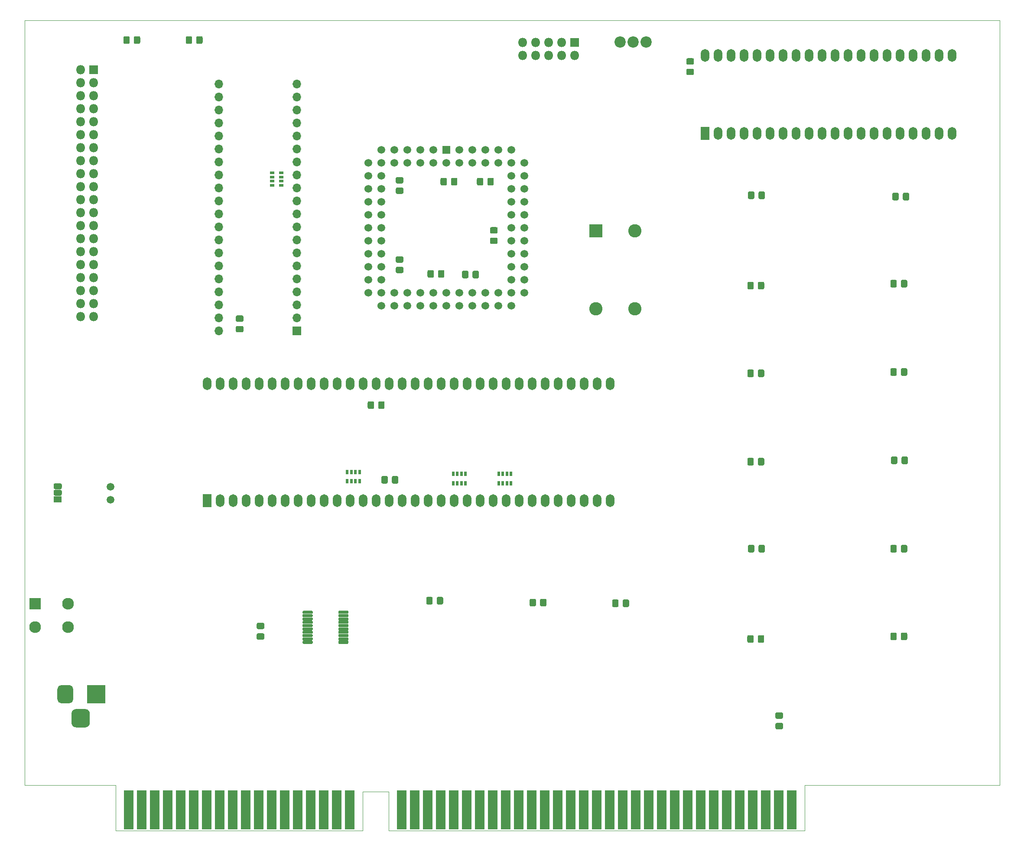
<source format=gbr>
%TF.GenerationSoftware,KiCad,Pcbnew,5.1.6-c6e7f7d~86~ubuntu18.04.1*%
%TF.CreationDate,2021-02-20T22:43:29+08:00*%
%TF.ProjectId,68k_dev,36386b5f-6465-4762-9e6b-696361645f70,rev?*%
%TF.SameCoordinates,Original*%
%TF.FileFunction,Soldermask,Bot*%
%TF.FilePolarity,Negative*%
%FSLAX46Y46*%
G04 Gerber Fmt 4.6, Leading zero omitted, Abs format (unit mm)*
G04 Created by KiCad (PCBNEW 5.1.6-c6e7f7d~86~ubuntu18.04.1) date 2021-02-20 22:43:29*
%MOMM*%
%LPD*%
G01*
G04 APERTURE LIST*
%TA.AperFunction,Profile*%
%ADD10C,0.050000*%
%TD*%
%ADD11C,1.500000*%
%ADD12O,1.800000X1.800000*%
%ADD13R,1.800000X1.800000*%
%ADD14O,1.700000X2.500000*%
%ADD15R,1.700000X2.500000*%
%ADD16C,2.300000*%
%ADD17R,2.300000X2.300000*%
%ADD18R,0.600000X0.900000*%
%ADD19R,0.500000X0.900000*%
%ADD20C,2.200000*%
%ADD21R,1.880000X7.720000*%
%ADD22R,3.600000X3.600000*%
%ADD23R,0.900000X0.600000*%
%ADD24R,0.900000X0.500000*%
%ADD25O,1.700000X1.700000*%
%ADD26R,1.700000X1.700000*%
%ADD27C,2.600000*%
%ADD28R,2.600000X2.600000*%
%ADD29R,1.600000X1.150000*%
%ADD30C,1.522400*%
%ADD31R,1.522400X1.522400*%
G04 APERTURE END LIST*
D10*
X97663000Y-159512000D02*
X79883000Y-159512000D01*
X97663000Y-168402000D02*
X97663000Y-159512000D01*
X145923000Y-168402000D02*
X97663000Y-168402000D01*
X145923000Y-160782000D02*
X145923000Y-168402000D01*
X151003000Y-160782000D02*
X145923000Y-160782000D01*
X151003000Y-168402000D02*
X151003000Y-160782000D01*
X232283000Y-168402000D02*
X151003000Y-168402000D01*
X232283000Y-159512000D02*
X232283000Y-168402000D01*
X233553000Y-159512000D02*
X232283000Y-159512000D01*
X79883000Y-10000000D02*
X79883000Y-159512000D01*
X270383000Y-10000000D02*
X79883000Y-10000000D01*
X270383000Y-159512000D02*
X270383000Y-10000000D01*
X233553000Y-159512000D02*
X270383000Y-159512000D01*
%TO.C,C30*%
G36*
G01*
X159620000Y-122965738D02*
X159620000Y-123922262D01*
G75*
G02*
X159348262Y-124194000I-271738J0D01*
G01*
X158641738Y-124194000D01*
G75*
G02*
X158370000Y-123922262I0J271738D01*
G01*
X158370000Y-122965738D01*
G75*
G02*
X158641738Y-122694000I271738J0D01*
G01*
X159348262Y-122694000D01*
G75*
G02*
X159620000Y-122965738I0J-271738D01*
G01*
G37*
G36*
G01*
X161670000Y-122965738D02*
X161670000Y-123922262D01*
G75*
G02*
X161398262Y-124194000I-271738J0D01*
G01*
X160691738Y-124194000D01*
G75*
G02*
X160420000Y-123922262I0J271738D01*
G01*
X160420000Y-122965738D01*
G75*
G02*
X160691738Y-122694000I271738J0D01*
G01*
X161398262Y-122694000D01*
G75*
G02*
X161670000Y-122965738I0J-271738D01*
G01*
G37*
%TD*%
%TO.C,U21*%
G36*
G01*
X136184000Y-125576000D02*
X136184000Y-125876000D01*
G75*
G02*
X136034000Y-126026000I-150000J0D01*
G01*
X134334000Y-126026000D01*
G75*
G02*
X134184000Y-125876000I0J150000D01*
G01*
X134184000Y-125576000D01*
G75*
G02*
X134334000Y-125426000I150000J0D01*
G01*
X136034000Y-125426000D01*
G75*
G02*
X136184000Y-125576000I0J-150000D01*
G01*
G37*
G36*
G01*
X136184000Y-126226000D02*
X136184000Y-126526000D01*
G75*
G02*
X136034000Y-126676000I-150000J0D01*
G01*
X134334000Y-126676000D01*
G75*
G02*
X134184000Y-126526000I0J150000D01*
G01*
X134184000Y-126226000D01*
G75*
G02*
X134334000Y-126076000I150000J0D01*
G01*
X136034000Y-126076000D01*
G75*
G02*
X136184000Y-126226000I0J-150000D01*
G01*
G37*
G36*
G01*
X136184000Y-126876000D02*
X136184000Y-127176000D01*
G75*
G02*
X136034000Y-127326000I-150000J0D01*
G01*
X134334000Y-127326000D01*
G75*
G02*
X134184000Y-127176000I0J150000D01*
G01*
X134184000Y-126876000D01*
G75*
G02*
X134334000Y-126726000I150000J0D01*
G01*
X136034000Y-126726000D01*
G75*
G02*
X136184000Y-126876000I0J-150000D01*
G01*
G37*
G36*
G01*
X136184000Y-127526000D02*
X136184000Y-127826000D01*
G75*
G02*
X136034000Y-127976000I-150000J0D01*
G01*
X134334000Y-127976000D01*
G75*
G02*
X134184000Y-127826000I0J150000D01*
G01*
X134184000Y-127526000D01*
G75*
G02*
X134334000Y-127376000I150000J0D01*
G01*
X136034000Y-127376000D01*
G75*
G02*
X136184000Y-127526000I0J-150000D01*
G01*
G37*
G36*
G01*
X136184000Y-128176000D02*
X136184000Y-128476000D01*
G75*
G02*
X136034000Y-128626000I-150000J0D01*
G01*
X134334000Y-128626000D01*
G75*
G02*
X134184000Y-128476000I0J150000D01*
G01*
X134184000Y-128176000D01*
G75*
G02*
X134334000Y-128026000I150000J0D01*
G01*
X136034000Y-128026000D01*
G75*
G02*
X136184000Y-128176000I0J-150000D01*
G01*
G37*
G36*
G01*
X136184000Y-128826000D02*
X136184000Y-129126000D01*
G75*
G02*
X136034000Y-129276000I-150000J0D01*
G01*
X134334000Y-129276000D01*
G75*
G02*
X134184000Y-129126000I0J150000D01*
G01*
X134184000Y-128826000D01*
G75*
G02*
X134334000Y-128676000I150000J0D01*
G01*
X136034000Y-128676000D01*
G75*
G02*
X136184000Y-128826000I0J-150000D01*
G01*
G37*
G36*
G01*
X136184000Y-129476000D02*
X136184000Y-129776000D01*
G75*
G02*
X136034000Y-129926000I-150000J0D01*
G01*
X134334000Y-129926000D01*
G75*
G02*
X134184000Y-129776000I0J150000D01*
G01*
X134184000Y-129476000D01*
G75*
G02*
X134334000Y-129326000I150000J0D01*
G01*
X136034000Y-129326000D01*
G75*
G02*
X136184000Y-129476000I0J-150000D01*
G01*
G37*
G36*
G01*
X136184000Y-130126000D02*
X136184000Y-130426000D01*
G75*
G02*
X136034000Y-130576000I-150000J0D01*
G01*
X134334000Y-130576000D01*
G75*
G02*
X134184000Y-130426000I0J150000D01*
G01*
X134184000Y-130126000D01*
G75*
G02*
X134334000Y-129976000I150000J0D01*
G01*
X136034000Y-129976000D01*
G75*
G02*
X136184000Y-130126000I0J-150000D01*
G01*
G37*
G36*
G01*
X136184000Y-130776000D02*
X136184000Y-131076000D01*
G75*
G02*
X136034000Y-131226000I-150000J0D01*
G01*
X134334000Y-131226000D01*
G75*
G02*
X134184000Y-131076000I0J150000D01*
G01*
X134184000Y-130776000D01*
G75*
G02*
X134334000Y-130626000I150000J0D01*
G01*
X136034000Y-130626000D01*
G75*
G02*
X136184000Y-130776000I0J-150000D01*
G01*
G37*
G36*
G01*
X136184000Y-131426000D02*
X136184000Y-131726000D01*
G75*
G02*
X136034000Y-131876000I-150000J0D01*
G01*
X134334000Y-131876000D01*
G75*
G02*
X134184000Y-131726000I0J150000D01*
G01*
X134184000Y-131426000D01*
G75*
G02*
X134334000Y-131276000I150000J0D01*
G01*
X136034000Y-131276000D01*
G75*
G02*
X136184000Y-131426000I0J-150000D01*
G01*
G37*
G36*
G01*
X143184000Y-131426000D02*
X143184000Y-131726000D01*
G75*
G02*
X143034000Y-131876000I-150000J0D01*
G01*
X141334000Y-131876000D01*
G75*
G02*
X141184000Y-131726000I0J150000D01*
G01*
X141184000Y-131426000D01*
G75*
G02*
X141334000Y-131276000I150000J0D01*
G01*
X143034000Y-131276000D01*
G75*
G02*
X143184000Y-131426000I0J-150000D01*
G01*
G37*
G36*
G01*
X143184000Y-130776000D02*
X143184000Y-131076000D01*
G75*
G02*
X143034000Y-131226000I-150000J0D01*
G01*
X141334000Y-131226000D01*
G75*
G02*
X141184000Y-131076000I0J150000D01*
G01*
X141184000Y-130776000D01*
G75*
G02*
X141334000Y-130626000I150000J0D01*
G01*
X143034000Y-130626000D01*
G75*
G02*
X143184000Y-130776000I0J-150000D01*
G01*
G37*
G36*
G01*
X143184000Y-130126000D02*
X143184000Y-130426000D01*
G75*
G02*
X143034000Y-130576000I-150000J0D01*
G01*
X141334000Y-130576000D01*
G75*
G02*
X141184000Y-130426000I0J150000D01*
G01*
X141184000Y-130126000D01*
G75*
G02*
X141334000Y-129976000I150000J0D01*
G01*
X143034000Y-129976000D01*
G75*
G02*
X143184000Y-130126000I0J-150000D01*
G01*
G37*
G36*
G01*
X143184000Y-129476000D02*
X143184000Y-129776000D01*
G75*
G02*
X143034000Y-129926000I-150000J0D01*
G01*
X141334000Y-129926000D01*
G75*
G02*
X141184000Y-129776000I0J150000D01*
G01*
X141184000Y-129476000D01*
G75*
G02*
X141334000Y-129326000I150000J0D01*
G01*
X143034000Y-129326000D01*
G75*
G02*
X143184000Y-129476000I0J-150000D01*
G01*
G37*
G36*
G01*
X143184000Y-128826000D02*
X143184000Y-129126000D01*
G75*
G02*
X143034000Y-129276000I-150000J0D01*
G01*
X141334000Y-129276000D01*
G75*
G02*
X141184000Y-129126000I0J150000D01*
G01*
X141184000Y-128826000D01*
G75*
G02*
X141334000Y-128676000I150000J0D01*
G01*
X143034000Y-128676000D01*
G75*
G02*
X143184000Y-128826000I0J-150000D01*
G01*
G37*
G36*
G01*
X143184000Y-128176000D02*
X143184000Y-128476000D01*
G75*
G02*
X143034000Y-128626000I-150000J0D01*
G01*
X141334000Y-128626000D01*
G75*
G02*
X141184000Y-128476000I0J150000D01*
G01*
X141184000Y-128176000D01*
G75*
G02*
X141334000Y-128026000I150000J0D01*
G01*
X143034000Y-128026000D01*
G75*
G02*
X143184000Y-128176000I0J-150000D01*
G01*
G37*
G36*
G01*
X143184000Y-127526000D02*
X143184000Y-127826000D01*
G75*
G02*
X143034000Y-127976000I-150000J0D01*
G01*
X141334000Y-127976000D01*
G75*
G02*
X141184000Y-127826000I0J150000D01*
G01*
X141184000Y-127526000D01*
G75*
G02*
X141334000Y-127376000I150000J0D01*
G01*
X143034000Y-127376000D01*
G75*
G02*
X143184000Y-127526000I0J-150000D01*
G01*
G37*
G36*
G01*
X143184000Y-126876000D02*
X143184000Y-127176000D01*
G75*
G02*
X143034000Y-127326000I-150000J0D01*
G01*
X141334000Y-127326000D01*
G75*
G02*
X141184000Y-127176000I0J150000D01*
G01*
X141184000Y-126876000D01*
G75*
G02*
X141334000Y-126726000I150000J0D01*
G01*
X143034000Y-126726000D01*
G75*
G02*
X143184000Y-126876000I0J-150000D01*
G01*
G37*
G36*
G01*
X143184000Y-126226000D02*
X143184000Y-126526000D01*
G75*
G02*
X143034000Y-126676000I-150000J0D01*
G01*
X141334000Y-126676000D01*
G75*
G02*
X141184000Y-126526000I0J150000D01*
G01*
X141184000Y-126226000D01*
G75*
G02*
X141334000Y-126076000I150000J0D01*
G01*
X143034000Y-126076000D01*
G75*
G02*
X143184000Y-126226000I0J-150000D01*
G01*
G37*
G36*
G01*
X143184000Y-125576000D02*
X143184000Y-125876000D01*
G75*
G02*
X143034000Y-126026000I-150000J0D01*
G01*
X141334000Y-126026000D01*
G75*
G02*
X141184000Y-125876000I0J150000D01*
G01*
X141184000Y-125576000D01*
G75*
G02*
X141334000Y-125426000I150000J0D01*
G01*
X143034000Y-125426000D01*
G75*
G02*
X143184000Y-125576000I0J-150000D01*
G01*
G37*
%TD*%
D11*
%TO.C,JP1*%
X96647000Y-101219000D03*
X96647000Y-103759000D03*
%TD*%
D12*
%TO.C,J3*%
X90805000Y-67945000D03*
X93345000Y-67945000D03*
X90805000Y-65405000D03*
X93345000Y-65405000D03*
X90805000Y-62865000D03*
X93345000Y-62865000D03*
X90805000Y-60325000D03*
X93345000Y-60325000D03*
X90805000Y-57785000D03*
X93345000Y-57785000D03*
X90805000Y-55245000D03*
X93345000Y-55245000D03*
X90805000Y-52705000D03*
X93345000Y-52705000D03*
X90805000Y-50165000D03*
X93345000Y-50165000D03*
X90805000Y-47625000D03*
X93345000Y-47625000D03*
X90805000Y-45085000D03*
X93345000Y-45085000D03*
X90805000Y-42545000D03*
X93345000Y-42545000D03*
X90805000Y-40005000D03*
X93345000Y-40005000D03*
X90805000Y-37465000D03*
X93345000Y-37465000D03*
X90805000Y-34925000D03*
X93345000Y-34925000D03*
X90805000Y-32385000D03*
X93345000Y-32385000D03*
X90805000Y-29845000D03*
X93345000Y-29845000D03*
X90805000Y-27305000D03*
X93345000Y-27305000D03*
X90805000Y-24765000D03*
X93345000Y-24765000D03*
X90805000Y-22225000D03*
X93345000Y-22225000D03*
X90805000Y-19685000D03*
D13*
X93345000Y-19685000D03*
%TD*%
%TO.C,C34*%
G36*
G01*
X100438000Y-13364738D02*
X100438000Y-14321262D01*
G75*
G02*
X100166262Y-14593000I-271738J0D01*
G01*
X99459738Y-14593000D01*
G75*
G02*
X99188000Y-14321262I0J271738D01*
G01*
X99188000Y-13364738D01*
G75*
G02*
X99459738Y-13093000I271738J0D01*
G01*
X100166262Y-13093000D01*
G75*
G02*
X100438000Y-13364738I0J-271738D01*
G01*
G37*
G36*
G01*
X102488000Y-13364738D02*
X102488000Y-14321262D01*
G75*
G02*
X102216262Y-14593000I-271738J0D01*
G01*
X101509738Y-14593000D01*
G75*
G02*
X101238000Y-14321262I0J271738D01*
G01*
X101238000Y-13364738D01*
G75*
G02*
X101509738Y-13093000I271738J0D01*
G01*
X102216262Y-13093000D01*
G75*
G02*
X102488000Y-13364738I0J-271738D01*
G01*
G37*
%TD*%
%TO.C,C33*%
G36*
G01*
X113430000Y-14321262D02*
X113430000Y-13364738D01*
G75*
G02*
X113701738Y-13093000I271738J0D01*
G01*
X114408262Y-13093000D01*
G75*
G02*
X114680000Y-13364738I0J-271738D01*
G01*
X114680000Y-14321262D01*
G75*
G02*
X114408262Y-14593000I-271738J0D01*
G01*
X113701738Y-14593000D01*
G75*
G02*
X113430000Y-14321262I0J271738D01*
G01*
G37*
G36*
G01*
X111380000Y-14321262D02*
X111380000Y-13364738D01*
G75*
G02*
X111651738Y-13093000I271738J0D01*
G01*
X112358262Y-13093000D01*
G75*
G02*
X112630000Y-13364738I0J-271738D01*
G01*
X112630000Y-14321262D01*
G75*
G02*
X112358262Y-14593000I-271738J0D01*
G01*
X111651738Y-14593000D01*
G75*
G02*
X111380000Y-14321262I0J271738D01*
G01*
G37*
%TD*%
%TO.C,C31*%
G36*
G01*
X195942000Y-123473738D02*
X195942000Y-124430262D01*
G75*
G02*
X195670262Y-124702000I-271738J0D01*
G01*
X194963738Y-124702000D01*
G75*
G02*
X194692000Y-124430262I0J271738D01*
G01*
X194692000Y-123473738D01*
G75*
G02*
X194963738Y-123202000I271738J0D01*
G01*
X195670262Y-123202000D01*
G75*
G02*
X195942000Y-123473738I0J-271738D01*
G01*
G37*
G36*
G01*
X197992000Y-123473738D02*
X197992000Y-124430262D01*
G75*
G02*
X197720262Y-124702000I-271738J0D01*
G01*
X197013738Y-124702000D01*
G75*
G02*
X196742000Y-124430262I0J271738D01*
G01*
X196742000Y-123473738D01*
G75*
G02*
X197013738Y-123202000I271738J0D01*
G01*
X197720262Y-123202000D01*
G75*
G02*
X197992000Y-123473738I0J-271738D01*
G01*
G37*
%TD*%
%TO.C,C29*%
G36*
G01*
X126462262Y-129022000D02*
X125505738Y-129022000D01*
G75*
G02*
X125234000Y-128750262I0J271738D01*
G01*
X125234000Y-128043738D01*
G75*
G02*
X125505738Y-127772000I271738J0D01*
G01*
X126462262Y-127772000D01*
G75*
G02*
X126734000Y-128043738I0J-271738D01*
G01*
X126734000Y-128750262D01*
G75*
G02*
X126462262Y-129022000I-271738J0D01*
G01*
G37*
G36*
G01*
X126462262Y-131072000D02*
X125505738Y-131072000D01*
G75*
G02*
X125234000Y-130800262I0J271738D01*
G01*
X125234000Y-130093738D01*
G75*
G02*
X125505738Y-129822000I271738J0D01*
G01*
X126462262Y-129822000D01*
G75*
G02*
X126734000Y-130093738I0J-271738D01*
G01*
X126734000Y-130800262D01*
G75*
G02*
X126462262Y-131072000I-271738J0D01*
G01*
G37*
%TD*%
%TO.C,C28*%
G36*
G01*
X227808262Y-146539000D02*
X226851738Y-146539000D01*
G75*
G02*
X226580000Y-146267262I0J271738D01*
G01*
X226580000Y-145560738D01*
G75*
G02*
X226851738Y-145289000I271738J0D01*
G01*
X227808262Y-145289000D01*
G75*
G02*
X228080000Y-145560738I0J-271738D01*
G01*
X228080000Y-146267262D01*
G75*
G02*
X227808262Y-146539000I-271738J0D01*
G01*
G37*
G36*
G01*
X227808262Y-148589000D02*
X226851738Y-148589000D01*
G75*
G02*
X226580000Y-148317262I0J271738D01*
G01*
X226580000Y-147610738D01*
G75*
G02*
X226851738Y-147339000I271738J0D01*
G01*
X227808262Y-147339000D01*
G75*
G02*
X228080000Y-147610738I0J-271738D01*
G01*
X228080000Y-148317262D01*
G75*
G02*
X227808262Y-148589000I-271738J0D01*
G01*
G37*
%TD*%
%TO.C,C23*%
G36*
G01*
X179813000Y-123346738D02*
X179813000Y-124303262D01*
G75*
G02*
X179541262Y-124575000I-271738J0D01*
G01*
X178834738Y-124575000D01*
G75*
G02*
X178563000Y-124303262I0J271738D01*
G01*
X178563000Y-123346738D01*
G75*
G02*
X178834738Y-123075000I271738J0D01*
G01*
X179541262Y-123075000D01*
G75*
G02*
X179813000Y-123346738I0J-271738D01*
G01*
G37*
G36*
G01*
X181863000Y-123346738D02*
X181863000Y-124303262D01*
G75*
G02*
X181591262Y-124575000I-271738J0D01*
G01*
X180884738Y-124575000D01*
G75*
G02*
X180613000Y-124303262I0J271738D01*
G01*
X180613000Y-123346738D01*
G75*
G02*
X180884738Y-123075000I271738J0D01*
G01*
X181591262Y-123075000D01*
G75*
G02*
X181863000Y-123346738I0J-271738D01*
G01*
G37*
%TD*%
D14*
%TO.C,U1*%
X115570000Y-81026000D03*
X194310000Y-103886000D03*
X118110000Y-81026000D03*
X191770000Y-103886000D03*
X120650000Y-81026000D03*
X189230000Y-103886000D03*
X123190000Y-81026000D03*
X186690000Y-103886000D03*
X125730000Y-81026000D03*
X184150000Y-103886000D03*
X128270000Y-81026000D03*
X181610000Y-103886000D03*
X130810000Y-81026000D03*
X179070000Y-103886000D03*
X133350000Y-81026000D03*
X176530000Y-103886000D03*
X135890000Y-81026000D03*
X173990000Y-103886000D03*
X138430000Y-81026000D03*
X171450000Y-103886000D03*
X140970000Y-81026000D03*
X168910000Y-103886000D03*
X143510000Y-81026000D03*
X166370000Y-103886000D03*
X146050000Y-81026000D03*
X163830000Y-103886000D03*
X148590000Y-81026000D03*
X161290000Y-103886000D03*
X151130000Y-81026000D03*
X158750000Y-103886000D03*
X153670000Y-81026000D03*
X156210000Y-103886000D03*
X156210000Y-81026000D03*
X153670000Y-103886000D03*
X158750000Y-81026000D03*
X151130000Y-103886000D03*
X161290000Y-81026000D03*
X148590000Y-103886000D03*
X163830000Y-81026000D03*
X146050000Y-103886000D03*
X166370000Y-81026000D03*
X143510000Y-103886000D03*
X168910000Y-81026000D03*
X140970000Y-103886000D03*
X171450000Y-81026000D03*
X138430000Y-103886000D03*
X173990000Y-81026000D03*
X135890000Y-103886000D03*
X176530000Y-81026000D03*
X133350000Y-103886000D03*
X179070000Y-81026000D03*
X130810000Y-103886000D03*
X181610000Y-81026000D03*
X128270000Y-103886000D03*
X184150000Y-81026000D03*
X125730000Y-103886000D03*
X186690000Y-81026000D03*
X123190000Y-103886000D03*
X189230000Y-81026000D03*
X120650000Y-103886000D03*
X191770000Y-81026000D03*
X118110000Y-103886000D03*
X194310000Y-81026000D03*
D15*
X115570000Y-103886000D03*
%TD*%
%TO.C,C27*%
G36*
G01*
X251098000Y-61946262D02*
X251098000Y-60989738D01*
G75*
G02*
X251369738Y-60718000I271738J0D01*
G01*
X252076262Y-60718000D01*
G75*
G02*
X252348000Y-60989738I0J-271738D01*
G01*
X252348000Y-61946262D01*
G75*
G02*
X252076262Y-62218000I-271738J0D01*
G01*
X251369738Y-62218000D01*
G75*
G02*
X251098000Y-61946262I0J271738D01*
G01*
G37*
G36*
G01*
X249048000Y-61946262D02*
X249048000Y-60989738D01*
G75*
G02*
X249319738Y-60718000I271738J0D01*
G01*
X250026262Y-60718000D01*
G75*
G02*
X250298000Y-60989738I0J-271738D01*
G01*
X250298000Y-61946262D01*
G75*
G02*
X250026262Y-62218000I-271738J0D01*
G01*
X249319738Y-62218000D01*
G75*
G02*
X249048000Y-61946262I0J271738D01*
G01*
G37*
%TD*%
%TO.C,C26*%
G36*
G01*
X223285000Y-44674262D02*
X223285000Y-43717738D01*
G75*
G02*
X223556738Y-43446000I271738J0D01*
G01*
X224263262Y-43446000D01*
G75*
G02*
X224535000Y-43717738I0J-271738D01*
G01*
X224535000Y-44674262D01*
G75*
G02*
X224263262Y-44946000I-271738J0D01*
G01*
X223556738Y-44946000D01*
G75*
G02*
X223285000Y-44674262I0J271738D01*
G01*
G37*
G36*
G01*
X221235000Y-44674262D02*
X221235000Y-43717738D01*
G75*
G02*
X221506738Y-43446000I271738J0D01*
G01*
X222213262Y-43446000D01*
G75*
G02*
X222485000Y-43717738I0J-271738D01*
G01*
X222485000Y-44674262D01*
G75*
G02*
X222213262Y-44946000I-271738J0D01*
G01*
X221506738Y-44946000D01*
G75*
G02*
X221235000Y-44674262I0J271738D01*
G01*
G37*
%TD*%
%TO.C,C25*%
G36*
G01*
X223158000Y-79472262D02*
X223158000Y-78515738D01*
G75*
G02*
X223429738Y-78244000I271738J0D01*
G01*
X224136262Y-78244000D01*
G75*
G02*
X224408000Y-78515738I0J-271738D01*
G01*
X224408000Y-79472262D01*
G75*
G02*
X224136262Y-79744000I-271738J0D01*
G01*
X223429738Y-79744000D01*
G75*
G02*
X223158000Y-79472262I0J271738D01*
G01*
G37*
G36*
G01*
X221108000Y-79472262D02*
X221108000Y-78515738D01*
G75*
G02*
X221379738Y-78244000I271738J0D01*
G01*
X222086262Y-78244000D01*
G75*
G02*
X222358000Y-78515738I0J-271738D01*
G01*
X222358000Y-79472262D01*
G75*
G02*
X222086262Y-79744000I-271738J0D01*
G01*
X221379738Y-79744000D01*
G75*
G02*
X221108000Y-79472262I0J271738D01*
G01*
G37*
%TD*%
%TO.C,C24*%
G36*
G01*
X223158000Y-62327262D02*
X223158000Y-61370738D01*
G75*
G02*
X223429738Y-61099000I271738J0D01*
G01*
X224136262Y-61099000D01*
G75*
G02*
X224408000Y-61370738I0J-271738D01*
G01*
X224408000Y-62327262D01*
G75*
G02*
X224136262Y-62599000I-271738J0D01*
G01*
X223429738Y-62599000D01*
G75*
G02*
X223158000Y-62327262I0J271738D01*
G01*
G37*
G36*
G01*
X221108000Y-62327262D02*
X221108000Y-61370738D01*
G75*
G02*
X221379738Y-61099000I271738J0D01*
G01*
X222086262Y-61099000D01*
G75*
G02*
X222358000Y-61370738I0J-271738D01*
G01*
X222358000Y-62327262D01*
G75*
G02*
X222086262Y-62599000I-271738J0D01*
G01*
X221379738Y-62599000D01*
G75*
G02*
X221108000Y-62327262I0J271738D01*
G01*
G37*
%TD*%
D16*
%TO.C,S1*%
X81915000Y-128579000D03*
X88415000Y-128579000D03*
X88415000Y-124079000D03*
D17*
X81915000Y-124079000D03*
%TD*%
D18*
%TO.C,RN8*%
X142945000Y-98287000D03*
D19*
X143745000Y-98287000D03*
D18*
X145345000Y-98287000D03*
D19*
X144545000Y-98287000D03*
D18*
X142945000Y-100087000D03*
D19*
X144545000Y-100087000D03*
X143745000Y-100087000D03*
D18*
X145345000Y-100087000D03*
%TD*%
%TO.C,C22*%
G36*
G01*
X122398262Y-68942000D02*
X121441738Y-68942000D01*
G75*
G02*
X121170000Y-68670262I0J271738D01*
G01*
X121170000Y-67963738D01*
G75*
G02*
X121441738Y-67692000I271738J0D01*
G01*
X122398262Y-67692000D01*
G75*
G02*
X122670000Y-67963738I0J-271738D01*
G01*
X122670000Y-68670262D01*
G75*
G02*
X122398262Y-68942000I-271738J0D01*
G01*
G37*
G36*
G01*
X122398262Y-70992000D02*
X121441738Y-70992000D01*
G75*
G02*
X121170000Y-70720262I0J271738D01*
G01*
X121170000Y-70013738D01*
G75*
G02*
X121441738Y-69742000I271738J0D01*
G01*
X122398262Y-69742000D01*
G75*
G02*
X122670000Y-70013738I0J-271738D01*
G01*
X122670000Y-70720262D01*
G75*
G02*
X122398262Y-70992000I-271738J0D01*
G01*
G37*
%TD*%
%TO.C,C21*%
G36*
G01*
X251225000Y-96490262D02*
X251225000Y-95533738D01*
G75*
G02*
X251496738Y-95262000I271738J0D01*
G01*
X252203262Y-95262000D01*
G75*
G02*
X252475000Y-95533738I0J-271738D01*
G01*
X252475000Y-96490262D01*
G75*
G02*
X252203262Y-96762000I-271738J0D01*
G01*
X251496738Y-96762000D01*
G75*
G02*
X251225000Y-96490262I0J271738D01*
G01*
G37*
G36*
G01*
X249175000Y-96490262D02*
X249175000Y-95533738D01*
G75*
G02*
X249446738Y-95262000I271738J0D01*
G01*
X250153262Y-95262000D01*
G75*
G02*
X250425000Y-95533738I0J-271738D01*
G01*
X250425000Y-96490262D01*
G75*
G02*
X250153262Y-96762000I-271738J0D01*
G01*
X249446738Y-96762000D01*
G75*
G02*
X249175000Y-96490262I0J271738D01*
G01*
G37*
%TD*%
%TO.C,C20*%
G36*
G01*
X223158000Y-96744262D02*
X223158000Y-95787738D01*
G75*
G02*
X223429738Y-95516000I271738J0D01*
G01*
X224136262Y-95516000D01*
G75*
G02*
X224408000Y-95787738I0J-271738D01*
G01*
X224408000Y-96744262D01*
G75*
G02*
X224136262Y-97016000I-271738J0D01*
G01*
X223429738Y-97016000D01*
G75*
G02*
X223158000Y-96744262I0J271738D01*
G01*
G37*
G36*
G01*
X221108000Y-96744262D02*
X221108000Y-95787738D01*
G75*
G02*
X221379738Y-95516000I271738J0D01*
G01*
X222086262Y-95516000D01*
G75*
G02*
X222358000Y-95787738I0J-271738D01*
G01*
X222358000Y-96744262D01*
G75*
G02*
X222086262Y-97016000I-271738J0D01*
G01*
X221379738Y-97016000D01*
G75*
G02*
X221108000Y-96744262I0J271738D01*
G01*
G37*
%TD*%
%TO.C,C19*%
G36*
G01*
X251098000Y-113762262D02*
X251098000Y-112805738D01*
G75*
G02*
X251369738Y-112534000I271738J0D01*
G01*
X252076262Y-112534000D01*
G75*
G02*
X252348000Y-112805738I0J-271738D01*
G01*
X252348000Y-113762262D01*
G75*
G02*
X252076262Y-114034000I-271738J0D01*
G01*
X251369738Y-114034000D01*
G75*
G02*
X251098000Y-113762262I0J271738D01*
G01*
G37*
G36*
G01*
X249048000Y-113762262D02*
X249048000Y-112805738D01*
G75*
G02*
X249319738Y-112534000I271738J0D01*
G01*
X250026262Y-112534000D01*
G75*
G02*
X250298000Y-112805738I0J-271738D01*
G01*
X250298000Y-113762262D01*
G75*
G02*
X250026262Y-114034000I-271738J0D01*
G01*
X249319738Y-114034000D01*
G75*
G02*
X249048000Y-113762262I0J271738D01*
G01*
G37*
%TD*%
%TO.C,C18*%
G36*
G01*
X223285000Y-113762262D02*
X223285000Y-112805738D01*
G75*
G02*
X223556738Y-112534000I271738J0D01*
G01*
X224263262Y-112534000D01*
G75*
G02*
X224535000Y-112805738I0J-271738D01*
G01*
X224535000Y-113762262D01*
G75*
G02*
X224263262Y-114034000I-271738J0D01*
G01*
X223556738Y-114034000D01*
G75*
G02*
X223285000Y-113762262I0J271738D01*
G01*
G37*
G36*
G01*
X221235000Y-113762262D02*
X221235000Y-112805738D01*
G75*
G02*
X221506738Y-112534000I271738J0D01*
G01*
X222213262Y-112534000D01*
G75*
G02*
X222485000Y-112805738I0J-271738D01*
G01*
X222485000Y-113762262D01*
G75*
G02*
X222213262Y-114034000I-271738J0D01*
G01*
X221506738Y-114034000D01*
G75*
G02*
X221235000Y-113762262I0J271738D01*
G01*
G37*
%TD*%
%TO.C,C17*%
G36*
G01*
X251098000Y-130907262D02*
X251098000Y-129950738D01*
G75*
G02*
X251369738Y-129679000I271738J0D01*
G01*
X252076262Y-129679000D01*
G75*
G02*
X252348000Y-129950738I0J-271738D01*
G01*
X252348000Y-130907262D01*
G75*
G02*
X252076262Y-131179000I-271738J0D01*
G01*
X251369738Y-131179000D01*
G75*
G02*
X251098000Y-130907262I0J271738D01*
G01*
G37*
G36*
G01*
X249048000Y-130907262D02*
X249048000Y-129950738D01*
G75*
G02*
X249319738Y-129679000I271738J0D01*
G01*
X250026262Y-129679000D01*
G75*
G02*
X250298000Y-129950738I0J-271738D01*
G01*
X250298000Y-130907262D01*
G75*
G02*
X250026262Y-131179000I-271738J0D01*
G01*
X249319738Y-131179000D01*
G75*
G02*
X249048000Y-130907262I0J271738D01*
G01*
G37*
%TD*%
%TO.C,C16*%
G36*
G01*
X223149000Y-131415262D02*
X223149000Y-130458738D01*
G75*
G02*
X223420738Y-130187000I271738J0D01*
G01*
X224127262Y-130187000D01*
G75*
G02*
X224399000Y-130458738I0J-271738D01*
G01*
X224399000Y-131415262D01*
G75*
G02*
X224127262Y-131687000I-271738J0D01*
G01*
X223420738Y-131687000D01*
G75*
G02*
X223149000Y-131415262I0J271738D01*
G01*
G37*
G36*
G01*
X221099000Y-131415262D02*
X221099000Y-130458738D01*
G75*
G02*
X221370738Y-130187000I271738J0D01*
G01*
X222077262Y-130187000D01*
G75*
G02*
X222349000Y-130458738I0J-271738D01*
G01*
X222349000Y-131415262D01*
G75*
G02*
X222077262Y-131687000I-271738J0D01*
G01*
X221370738Y-131687000D01*
G75*
G02*
X221099000Y-131415262I0J271738D01*
G01*
G37*
%TD*%
%TO.C,C15*%
G36*
G01*
X251098000Y-79218262D02*
X251098000Y-78261738D01*
G75*
G02*
X251369738Y-77990000I271738J0D01*
G01*
X252076262Y-77990000D01*
G75*
G02*
X252348000Y-78261738I0J-271738D01*
G01*
X252348000Y-79218262D01*
G75*
G02*
X252076262Y-79490000I-271738J0D01*
G01*
X251369738Y-79490000D01*
G75*
G02*
X251098000Y-79218262I0J271738D01*
G01*
G37*
G36*
G01*
X249048000Y-79218262D02*
X249048000Y-78261738D01*
G75*
G02*
X249319738Y-77990000I271738J0D01*
G01*
X250026262Y-77990000D01*
G75*
G02*
X250298000Y-78261738I0J-271738D01*
G01*
X250298000Y-79218262D01*
G75*
G02*
X250026262Y-79490000I-271738J0D01*
G01*
X249319738Y-79490000D01*
G75*
G02*
X249048000Y-79218262I0J271738D01*
G01*
G37*
%TD*%
%TO.C,C14*%
G36*
G01*
X251479000Y-44928262D02*
X251479000Y-43971738D01*
G75*
G02*
X251750738Y-43700000I271738J0D01*
G01*
X252457262Y-43700000D01*
G75*
G02*
X252729000Y-43971738I0J-271738D01*
G01*
X252729000Y-44928262D01*
G75*
G02*
X252457262Y-45200000I-271738J0D01*
G01*
X251750738Y-45200000D01*
G75*
G02*
X251479000Y-44928262I0J271738D01*
G01*
G37*
G36*
G01*
X249429000Y-44928262D02*
X249429000Y-43971738D01*
G75*
G02*
X249700738Y-43700000I271738J0D01*
G01*
X250407262Y-43700000D01*
G75*
G02*
X250679000Y-43971738I0J-271738D01*
G01*
X250679000Y-44928262D01*
G75*
G02*
X250407262Y-45200000I-271738J0D01*
G01*
X249700738Y-45200000D01*
G75*
G02*
X249429000Y-44928262I0J271738D01*
G01*
G37*
%TD*%
%TO.C,C10*%
G36*
G01*
X160665000Y-60041262D02*
X160665000Y-59084738D01*
G75*
G02*
X160936738Y-58813000I271738J0D01*
G01*
X161643262Y-58813000D01*
G75*
G02*
X161915000Y-59084738I0J-271738D01*
G01*
X161915000Y-60041262D01*
G75*
G02*
X161643262Y-60313000I-271738J0D01*
G01*
X160936738Y-60313000D01*
G75*
G02*
X160665000Y-60041262I0J271738D01*
G01*
G37*
G36*
G01*
X158615000Y-60041262D02*
X158615000Y-59084738D01*
G75*
G02*
X158886738Y-58813000I271738J0D01*
G01*
X159593262Y-58813000D01*
G75*
G02*
X159865000Y-59084738I0J-271738D01*
G01*
X159865000Y-60041262D01*
G75*
G02*
X159593262Y-60313000I-271738J0D01*
G01*
X158886738Y-60313000D01*
G75*
G02*
X158615000Y-60041262I0J271738D01*
G01*
G37*
%TD*%
%TO.C,C9*%
G36*
G01*
X152683738Y-42682000D02*
X153640262Y-42682000D01*
G75*
G02*
X153912000Y-42953738I0J-271738D01*
G01*
X153912000Y-43660262D01*
G75*
G02*
X153640262Y-43932000I-271738J0D01*
G01*
X152683738Y-43932000D01*
G75*
G02*
X152412000Y-43660262I0J271738D01*
G01*
X152412000Y-42953738D01*
G75*
G02*
X152683738Y-42682000I271738J0D01*
G01*
G37*
G36*
G01*
X152683738Y-40632000D02*
X153640262Y-40632000D01*
G75*
G02*
X153912000Y-40903738I0J-271738D01*
G01*
X153912000Y-41610262D01*
G75*
G02*
X153640262Y-41882000I-271738J0D01*
G01*
X152683738Y-41882000D01*
G75*
G02*
X152412000Y-41610262I0J271738D01*
G01*
X152412000Y-40903738D01*
G75*
G02*
X152683738Y-40632000I271738J0D01*
G01*
G37*
%TD*%
%TO.C,C8*%
G36*
G01*
X170317000Y-42007262D02*
X170317000Y-41050738D01*
G75*
G02*
X170588738Y-40779000I271738J0D01*
G01*
X171295262Y-40779000D01*
G75*
G02*
X171567000Y-41050738I0J-271738D01*
G01*
X171567000Y-42007262D01*
G75*
G02*
X171295262Y-42279000I-271738J0D01*
G01*
X170588738Y-42279000D01*
G75*
G02*
X170317000Y-42007262I0J271738D01*
G01*
G37*
G36*
G01*
X168267000Y-42007262D02*
X168267000Y-41050738D01*
G75*
G02*
X168538738Y-40779000I271738J0D01*
G01*
X169245262Y-40779000D01*
G75*
G02*
X169517000Y-41050738I0J-271738D01*
G01*
X169517000Y-42007262D01*
G75*
G02*
X169245262Y-42279000I-271738J0D01*
G01*
X168538738Y-42279000D01*
G75*
G02*
X168267000Y-42007262I0J271738D01*
G01*
G37*
%TD*%
%TO.C,C7*%
G36*
G01*
X172055262Y-51670000D02*
X171098738Y-51670000D01*
G75*
G02*
X170827000Y-51398262I0J271738D01*
G01*
X170827000Y-50691738D01*
G75*
G02*
X171098738Y-50420000I271738J0D01*
G01*
X172055262Y-50420000D01*
G75*
G02*
X172327000Y-50691738I0J-271738D01*
G01*
X172327000Y-51398262D01*
G75*
G02*
X172055262Y-51670000I-271738J0D01*
G01*
G37*
G36*
G01*
X172055262Y-53720000D02*
X171098738Y-53720000D01*
G75*
G02*
X170827000Y-53448262I0J271738D01*
G01*
X170827000Y-52741738D01*
G75*
G02*
X171098738Y-52470000I271738J0D01*
G01*
X172055262Y-52470000D01*
G75*
G02*
X172327000Y-52741738I0J-271738D01*
G01*
X172327000Y-53448262D01*
G75*
G02*
X172055262Y-53720000I-271738J0D01*
G01*
G37*
%TD*%
%TO.C,C6*%
G36*
G01*
X163205000Y-42007262D02*
X163205000Y-41050738D01*
G75*
G02*
X163476738Y-40779000I271738J0D01*
G01*
X164183262Y-40779000D01*
G75*
G02*
X164455000Y-41050738I0J-271738D01*
G01*
X164455000Y-42007262D01*
G75*
G02*
X164183262Y-42279000I-271738J0D01*
G01*
X163476738Y-42279000D01*
G75*
G02*
X163205000Y-42007262I0J271738D01*
G01*
G37*
G36*
G01*
X161155000Y-42007262D02*
X161155000Y-41050738D01*
G75*
G02*
X161426738Y-40779000I271738J0D01*
G01*
X162133262Y-40779000D01*
G75*
G02*
X162405000Y-41050738I0J-271738D01*
G01*
X162405000Y-42007262D01*
G75*
G02*
X162133262Y-42279000I-271738J0D01*
G01*
X161426738Y-42279000D01*
G75*
G02*
X161155000Y-42007262I0J271738D01*
G01*
G37*
%TD*%
%TO.C,C5*%
G36*
G01*
X152683738Y-58176000D02*
X153640262Y-58176000D01*
G75*
G02*
X153912000Y-58447738I0J-271738D01*
G01*
X153912000Y-59154262D01*
G75*
G02*
X153640262Y-59426000I-271738J0D01*
G01*
X152683738Y-59426000D01*
G75*
G02*
X152412000Y-59154262I0J271738D01*
G01*
X152412000Y-58447738D01*
G75*
G02*
X152683738Y-58176000I271738J0D01*
G01*
G37*
G36*
G01*
X152683738Y-56126000D02*
X153640262Y-56126000D01*
G75*
G02*
X153912000Y-56397738I0J-271738D01*
G01*
X153912000Y-57104262D01*
G75*
G02*
X153640262Y-57376000I-271738J0D01*
G01*
X152683738Y-57376000D01*
G75*
G02*
X152412000Y-57104262I0J271738D01*
G01*
X152412000Y-56397738D01*
G75*
G02*
X152683738Y-56126000I271738J0D01*
G01*
G37*
%TD*%
%TO.C,C4*%
G36*
G01*
X167414000Y-60168262D02*
X167414000Y-59211738D01*
G75*
G02*
X167685738Y-58940000I271738J0D01*
G01*
X168392262Y-58940000D01*
G75*
G02*
X168664000Y-59211738I0J-271738D01*
G01*
X168664000Y-60168262D01*
G75*
G02*
X168392262Y-60440000I-271738J0D01*
G01*
X167685738Y-60440000D01*
G75*
G02*
X167414000Y-60168262I0J271738D01*
G01*
G37*
G36*
G01*
X165364000Y-60168262D02*
X165364000Y-59211738D01*
G75*
G02*
X165635738Y-58940000I271738J0D01*
G01*
X166342262Y-58940000D01*
G75*
G02*
X166614000Y-59211738I0J-271738D01*
G01*
X166614000Y-60168262D01*
G75*
G02*
X166342262Y-60440000I-271738J0D01*
G01*
X165635738Y-60440000D01*
G75*
G02*
X165364000Y-60168262I0J271738D01*
G01*
G37*
%TD*%
%TO.C,C3*%
G36*
G01*
X209452738Y-19450000D02*
X210409262Y-19450000D01*
G75*
G02*
X210681000Y-19721738I0J-271738D01*
G01*
X210681000Y-20428262D01*
G75*
G02*
X210409262Y-20700000I-271738J0D01*
G01*
X209452738Y-20700000D01*
G75*
G02*
X209181000Y-20428262I0J271738D01*
G01*
X209181000Y-19721738D01*
G75*
G02*
X209452738Y-19450000I271738J0D01*
G01*
G37*
G36*
G01*
X209452738Y-17400000D02*
X210409262Y-17400000D01*
G75*
G02*
X210681000Y-17671738I0J-271738D01*
G01*
X210681000Y-18378262D01*
G75*
G02*
X210409262Y-18650000I-271738J0D01*
G01*
X209452738Y-18650000D01*
G75*
G02*
X209181000Y-18378262I0J271738D01*
G01*
X209181000Y-17671738D01*
G75*
G02*
X209452738Y-17400000I271738J0D01*
G01*
G37*
%TD*%
%TO.C,C2*%
G36*
G01*
X151657000Y-100300262D02*
X151657000Y-99343738D01*
G75*
G02*
X151928738Y-99072000I271738J0D01*
G01*
X152635262Y-99072000D01*
G75*
G02*
X152907000Y-99343738I0J-271738D01*
G01*
X152907000Y-100300262D01*
G75*
G02*
X152635262Y-100572000I-271738J0D01*
G01*
X151928738Y-100572000D01*
G75*
G02*
X151657000Y-100300262I0J271738D01*
G01*
G37*
G36*
G01*
X149607000Y-100300262D02*
X149607000Y-99343738D01*
G75*
G02*
X149878738Y-99072000I271738J0D01*
G01*
X150585262Y-99072000D01*
G75*
G02*
X150857000Y-99343738I0J-271738D01*
G01*
X150857000Y-100300262D01*
G75*
G02*
X150585262Y-100572000I-271738J0D01*
G01*
X149878738Y-100572000D01*
G75*
G02*
X149607000Y-100300262I0J271738D01*
G01*
G37*
%TD*%
%TO.C,C1*%
G36*
G01*
X148181000Y-84738738D02*
X148181000Y-85695262D01*
G75*
G02*
X147909262Y-85967000I-271738J0D01*
G01*
X147202738Y-85967000D01*
G75*
G02*
X146931000Y-85695262I0J271738D01*
G01*
X146931000Y-84738738D01*
G75*
G02*
X147202738Y-84467000I271738J0D01*
G01*
X147909262Y-84467000D01*
G75*
G02*
X148181000Y-84738738I0J-271738D01*
G01*
G37*
G36*
G01*
X150231000Y-84738738D02*
X150231000Y-85695262D01*
G75*
G02*
X149959262Y-85967000I-271738J0D01*
G01*
X149252738Y-85967000D01*
G75*
G02*
X148981000Y-85695262I0J271738D01*
G01*
X148981000Y-84738738D01*
G75*
G02*
X149252738Y-84467000I271738J0D01*
G01*
X149959262Y-84467000D01*
G75*
G02*
X150231000Y-84738738I0J-271738D01*
G01*
G37*
%TD*%
D20*
%TO.C,J1*%
X196215000Y-14224000D03*
X198755000Y-14224000D03*
X201295000Y-14224000D03*
%TD*%
D21*
%TO.C,J2*%
X100203000Y-164338000D03*
X102743000Y-164338000D03*
X105283000Y-164338000D03*
X107823000Y-164338000D03*
X110363000Y-164338000D03*
X112903000Y-164338000D03*
X115443000Y-164338000D03*
X117983000Y-164338000D03*
X120523000Y-164338000D03*
X123063000Y-164338000D03*
X125603000Y-164338000D03*
X128143000Y-164338000D03*
X130683000Y-164338000D03*
X133223000Y-164338000D03*
X135763000Y-164338000D03*
X138303000Y-164338000D03*
X140843000Y-164338000D03*
X143383000Y-164338000D03*
X153543000Y-164338000D03*
X156083000Y-164338000D03*
X158623000Y-164338000D03*
X161163000Y-164338000D03*
X163703000Y-164338000D03*
X166243000Y-164338000D03*
X168783000Y-164338000D03*
X171323000Y-164338000D03*
X173863000Y-164338000D03*
X176403000Y-164338000D03*
X178943000Y-164338000D03*
X181483000Y-164338000D03*
X184023000Y-164338000D03*
X186563000Y-164338000D03*
X189103000Y-164338000D03*
X191643000Y-164338000D03*
X194183000Y-164338000D03*
X196723000Y-164338000D03*
X199263000Y-164338000D03*
X201803000Y-164338000D03*
X204343000Y-164338000D03*
X206883000Y-164338000D03*
X209423000Y-164338000D03*
X211963000Y-164338000D03*
X214503000Y-164338000D03*
X217043000Y-164338000D03*
X219583000Y-164338000D03*
X222123000Y-164338000D03*
X224663000Y-164338000D03*
X227203000Y-164338000D03*
X229743000Y-164338000D03*
%TD*%
%TO.C,J5*%
G36*
G01*
X89053000Y-147332000D02*
X89053000Y-145532000D01*
G75*
G02*
X89953000Y-144632000I900000J0D01*
G01*
X91753000Y-144632000D01*
G75*
G02*
X92653000Y-145532000I0J-900000D01*
G01*
X92653000Y-147332000D01*
G75*
G02*
X91753000Y-148232000I-900000J0D01*
G01*
X89953000Y-148232000D01*
G75*
G02*
X89053000Y-147332000I0J900000D01*
G01*
G37*
G36*
G01*
X86303000Y-142757000D02*
X86303000Y-140707000D01*
G75*
G02*
X87078000Y-139932000I775000J0D01*
G01*
X88628000Y-139932000D01*
G75*
G02*
X89403000Y-140707000I0J-775000D01*
G01*
X89403000Y-142757000D01*
G75*
G02*
X88628000Y-143532000I-775000J0D01*
G01*
X87078000Y-143532000D01*
G75*
G02*
X86303000Y-142757000I0J775000D01*
G01*
G37*
D22*
X93853000Y-141732000D03*
%TD*%
D18*
%TO.C,RN1*%
X174936000Y-100468000D03*
D19*
X174136000Y-100468000D03*
D18*
X172536000Y-100468000D03*
D19*
X173336000Y-100468000D03*
D18*
X174936000Y-98668000D03*
D19*
X173336000Y-98668000D03*
X174136000Y-98668000D03*
D18*
X172536000Y-98668000D03*
%TD*%
%TO.C,RN2*%
X163646000Y-98668000D03*
D19*
X164446000Y-98668000D03*
D18*
X166046000Y-98668000D03*
D19*
X165246000Y-98668000D03*
D18*
X163646000Y-100468000D03*
D19*
X165246000Y-100468000D03*
X164446000Y-100468000D03*
D18*
X166046000Y-100468000D03*
%TD*%
D23*
%TO.C,RN3*%
X128259000Y-42221000D03*
D24*
X128259000Y-41421000D03*
D23*
X128259000Y-39821000D03*
D24*
X128259000Y-40621000D03*
D23*
X130059000Y-42221000D03*
D24*
X130059000Y-40621000D03*
X130059000Y-41421000D03*
D23*
X130059000Y-39821000D03*
%TD*%
D25*
%TO.C,U14*%
X117856000Y-70739000D03*
X133096000Y-22479000D03*
X117856000Y-68199000D03*
X133096000Y-25019000D03*
X117856000Y-65659000D03*
X133096000Y-27559000D03*
X117856000Y-63119000D03*
X133096000Y-30099000D03*
X117856000Y-60579000D03*
X133096000Y-32639000D03*
X117856000Y-58039000D03*
X133096000Y-35179000D03*
X117856000Y-55499000D03*
X133096000Y-37719000D03*
X117856000Y-52959000D03*
X133096000Y-40259000D03*
X117856000Y-50419000D03*
X133096000Y-42799000D03*
X117856000Y-47879000D03*
X133096000Y-45339000D03*
X117856000Y-45339000D03*
X133096000Y-47879000D03*
X117856000Y-42799000D03*
X133096000Y-50419000D03*
X117856000Y-40259000D03*
X133096000Y-52959000D03*
X117856000Y-37719000D03*
X133096000Y-55499000D03*
X117856000Y-35179000D03*
X133096000Y-58039000D03*
X117856000Y-32639000D03*
X133096000Y-60579000D03*
X117856000Y-30099000D03*
X133096000Y-63119000D03*
X117856000Y-27559000D03*
X133096000Y-65659000D03*
X117856000Y-25019000D03*
X133096000Y-68199000D03*
X117856000Y-22479000D03*
D26*
X133096000Y-70739000D03*
%TD*%
D27*
%TO.C,X2*%
X191516000Y-66421000D03*
X199136000Y-66421000D03*
X199136000Y-51181000D03*
D28*
X191516000Y-51181000D03*
%TD*%
D29*
%TO.C,IC1*%
X86360000Y-103632000D03*
G36*
G01*
X86872500Y-101667000D02*
X85847500Y-101667000D01*
G75*
G02*
X85560000Y-101379500I0J287500D01*
G01*
X85560000Y-100804500D01*
G75*
G02*
X85847500Y-100517000I287500J0D01*
G01*
X86872500Y-100517000D01*
G75*
G02*
X87160000Y-100804500I0J-287500D01*
G01*
X87160000Y-101379500D01*
G75*
G02*
X86872500Y-101667000I-287500J0D01*
G01*
G37*
G36*
G01*
X86872500Y-102937000D02*
X85847500Y-102937000D01*
G75*
G02*
X85560000Y-102649500I0J287500D01*
G01*
X85560000Y-102074500D01*
G75*
G02*
X85847500Y-101787000I287500J0D01*
G01*
X86872500Y-101787000D01*
G75*
G02*
X87160000Y-102074500I0J-287500D01*
G01*
X87160000Y-102649500D01*
G75*
G02*
X86872500Y-102937000I-287500J0D01*
G01*
G37*
%TD*%
D30*
%TO.C,U3*%
X177546000Y-40386000D03*
X177546000Y-42926000D03*
X177546000Y-45466000D03*
X177546000Y-48006000D03*
X177546000Y-50546000D03*
X177546000Y-53086000D03*
X177546000Y-55626000D03*
X177546000Y-58166000D03*
X177546000Y-60706000D03*
X177546000Y-63246000D03*
X175006000Y-40386000D03*
X175006000Y-42926000D03*
X175006000Y-45466000D03*
X175006000Y-48006000D03*
X175006000Y-50546000D03*
X175006000Y-53086000D03*
X175006000Y-55626000D03*
X175006000Y-58166000D03*
X175006000Y-60706000D03*
X175006000Y-63246000D03*
X175006000Y-65786000D03*
X172466000Y-65786000D03*
X169926000Y-65786000D03*
X167386000Y-65786000D03*
X164846000Y-65786000D03*
X162306000Y-65786000D03*
X159766000Y-65786000D03*
X157226000Y-65786000D03*
X154686000Y-65786000D03*
X152146000Y-65786000D03*
X149606000Y-65786000D03*
X172466000Y-63246000D03*
X169926000Y-63246000D03*
X167386000Y-63246000D03*
X164846000Y-63246000D03*
X162306000Y-63246000D03*
X159766000Y-63246000D03*
X157226000Y-63246000D03*
X154686000Y-63246000D03*
X152146000Y-63246000D03*
X149606000Y-63246000D03*
X147066000Y-63246000D03*
X147066000Y-60706000D03*
X147066000Y-58166000D03*
X147066000Y-55626000D03*
X147066000Y-53086000D03*
X147066000Y-50546000D03*
X147066000Y-48006000D03*
X147066000Y-45466000D03*
X147066000Y-42926000D03*
X147066000Y-40386000D03*
X147066000Y-37846000D03*
X149606000Y-60706000D03*
X149606000Y-58166000D03*
X149606000Y-55626000D03*
X149606000Y-53086000D03*
X149606000Y-50546000D03*
X149606000Y-48006000D03*
X149606000Y-45466000D03*
X149606000Y-42926000D03*
X149606000Y-40386000D03*
X149606000Y-37846000D03*
X175006000Y-35306000D03*
X172466000Y-35306000D03*
X169926000Y-35306000D03*
X167386000Y-35306000D03*
X164846000Y-35306000D03*
X149606000Y-35306000D03*
X152146000Y-35306000D03*
X154686000Y-35306000D03*
X157226000Y-35306000D03*
X159766000Y-35306000D03*
D31*
X162306000Y-35306000D03*
D30*
X177546000Y-37846000D03*
X175006000Y-37846000D03*
X172466000Y-37846000D03*
X169926000Y-37846000D03*
X167386000Y-37846000D03*
X164846000Y-37846000D03*
X152146000Y-37846000D03*
X154686000Y-37846000D03*
X157226000Y-37846000D03*
X159766000Y-37846000D03*
X162306000Y-37846000D03*
%TD*%
D14*
%TO.C,U2*%
X212852000Y-16891000D03*
X261112000Y-32131000D03*
X215392000Y-16891000D03*
X258572000Y-32131000D03*
X217932000Y-16891000D03*
X256032000Y-32131000D03*
X220472000Y-16891000D03*
X253492000Y-32131000D03*
X223012000Y-16891000D03*
X250952000Y-32131000D03*
X225552000Y-16891000D03*
X248412000Y-32131000D03*
X228092000Y-16891000D03*
X245872000Y-32131000D03*
X230632000Y-16891000D03*
X243332000Y-32131000D03*
X233172000Y-16891000D03*
X240792000Y-32131000D03*
X235712000Y-16891000D03*
X238252000Y-32131000D03*
X238252000Y-16891000D03*
X235712000Y-32131000D03*
X240792000Y-16891000D03*
X233172000Y-32131000D03*
X243332000Y-16891000D03*
X230632000Y-32131000D03*
X245872000Y-16891000D03*
X228092000Y-32131000D03*
X248412000Y-16891000D03*
X225552000Y-32131000D03*
X250952000Y-16891000D03*
X223012000Y-32131000D03*
X253492000Y-16891000D03*
X220472000Y-32131000D03*
X256032000Y-16891000D03*
X217932000Y-32131000D03*
X258572000Y-16891000D03*
X215392000Y-32131000D03*
X261112000Y-16891000D03*
D15*
X212852000Y-32131000D03*
%TD*%
D12*
%TO.C,J4*%
X177165000Y-16891000D03*
X177165000Y-14351000D03*
X179705000Y-16891000D03*
X179705000Y-14351000D03*
X182245000Y-16891000D03*
X182245000Y-14351000D03*
X184785000Y-16891000D03*
X184785000Y-14351000D03*
X187325000Y-16891000D03*
D13*
X187325000Y-14351000D03*
%TD*%
M02*

</source>
